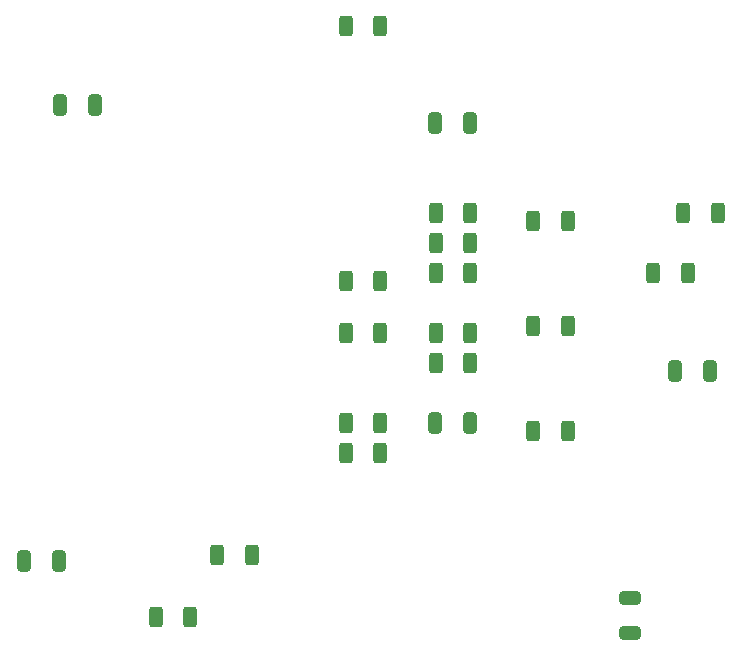
<source format=gbr>
%TF.GenerationSoftware,KiCad,Pcbnew,8.0.7-8.0.7-0~ubuntu22.04.1*%
%TF.CreationDate,2025-01-26T21:06:57+01:00*%
%TF.ProjectId,G431_Expander,47343331-5f45-4787-9061-6e6465722e6b,rev?*%
%TF.SameCoordinates,Original*%
%TF.FileFunction,Paste,Bot*%
%TF.FilePolarity,Positive*%
%FSLAX46Y46*%
G04 Gerber Fmt 4.6, Leading zero omitted, Abs format (unit mm)*
G04 Created by KiCad (PCBNEW 8.0.7-8.0.7-0~ubuntu22.04.1) date 2025-01-26 21:06:57*
%MOMM*%
%LPD*%
G01*
G04 APERTURE LIST*
G04 Aperture macros list*
%AMRoundRect*
0 Rectangle with rounded corners*
0 $1 Rounding radius*
0 $2 $3 $4 $5 $6 $7 $8 $9 X,Y pos of 4 corners*
0 Add a 4 corners polygon primitive as box body*
4,1,4,$2,$3,$4,$5,$6,$7,$8,$9,$2,$3,0*
0 Add four circle primitives for the rounded corners*
1,1,$1+$1,$2,$3*
1,1,$1+$1,$4,$5*
1,1,$1+$1,$6,$7*
1,1,$1+$1,$8,$9*
0 Add four rect primitives between the rounded corners*
20,1,$1+$1,$2,$3,$4,$5,0*
20,1,$1+$1,$4,$5,$6,$7,0*
20,1,$1+$1,$6,$7,$8,$9,0*
20,1,$1+$1,$8,$9,$2,$3,0*%
G04 Aperture macros list end*
%ADD10RoundRect,0.250000X0.312500X0.625000X-0.312500X0.625000X-0.312500X-0.625000X0.312500X-0.625000X0*%
%ADD11RoundRect,0.250000X0.325000X0.650000X-0.325000X0.650000X-0.325000X-0.650000X0.325000X-0.650000X0*%
%ADD12RoundRect,0.250000X-0.312500X-0.625000X0.312500X-0.625000X0.312500X0.625000X-0.312500X0.625000X0*%
%ADD13RoundRect,0.250000X-0.325000X-0.650000X0.325000X-0.650000X0.325000X0.650000X-0.325000X0.650000X0*%
%ADD14RoundRect,0.250000X-0.650000X0.325000X-0.650000X-0.325000X0.650000X-0.325000X0.650000X0.325000X0*%
G04 APERTURE END LIST*
D10*
%TO.C,R6*%
X170372500Y-71120000D03*
X167447500Y-71120000D03*
%TD*%
D11*
%TO.C,C9*%
X135587000Y-100584000D03*
X132637000Y-100584000D03*
%TD*%
D12*
%TO.C,R17*%
X159827500Y-81280000D03*
X162752500Y-81280000D03*
%TD*%
D10*
%TO.C,R1*%
X178627500Y-89535000D03*
X175702500Y-89535000D03*
%TD*%
D11*
%TO.C,C11*%
X170385000Y-63500000D03*
X167435000Y-63500000D03*
%TD*%
D10*
%TO.C,R3*%
X178627500Y-80645000D03*
X175702500Y-80645000D03*
%TD*%
%TO.C,R4*%
X170372500Y-76200000D03*
X167447500Y-76200000D03*
%TD*%
D13*
%TO.C,C10*%
X187755000Y-84455000D03*
X190705000Y-84455000D03*
%TD*%
D10*
%TO.C,R8*%
X191327500Y-71120000D03*
X188402500Y-71120000D03*
%TD*%
%TO.C,R5*%
X178627500Y-71755000D03*
X175702500Y-71755000D03*
%TD*%
%TO.C,R15*%
X162752500Y-55245000D03*
X159827500Y-55245000D03*
%TD*%
D12*
%TO.C,R13*%
X159827500Y-88900000D03*
X162752500Y-88900000D03*
%TD*%
D10*
%TO.C,R16*%
X162752500Y-76835000D03*
X159827500Y-76835000D03*
%TD*%
%TO.C,R11*%
X170372500Y-81280000D03*
X167447500Y-81280000D03*
%TD*%
%TO.C,R7*%
X188787500Y-76200000D03*
X185862500Y-76200000D03*
%TD*%
D12*
%TO.C,R10*%
X148967000Y-100076000D03*
X151892000Y-100076000D03*
%TD*%
D10*
%TO.C,R9*%
X146689000Y-105271000D03*
X143764000Y-105271000D03*
%TD*%
D12*
%TO.C,R14*%
X159827500Y-91440000D03*
X162752500Y-91440000D03*
%TD*%
D11*
%TO.C,C2*%
X138635000Y-61976000D03*
X135685000Y-61976000D03*
%TD*%
D14*
%TO.C,C8*%
X183896000Y-103681000D03*
X183896000Y-106631000D03*
%TD*%
D10*
%TO.C,R2*%
X170372500Y-83820000D03*
X167447500Y-83820000D03*
%TD*%
%TO.C,R12*%
X170372500Y-73660000D03*
X167447500Y-73660000D03*
%TD*%
D11*
%TO.C,C12*%
X170385000Y-88900000D03*
X167435000Y-88900000D03*
%TD*%
M02*

</source>
